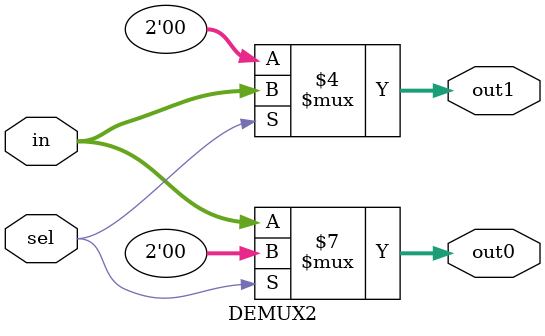
<source format=v>
module DEMUX2(input[1:0] in, output reg[1:0] out0, output reg[1:0] out1, input sel);

always@(in or sel) begin
	if (sel == 0) begin
		out0 = in;
		out1 = 0;
	end
	else begin
		out0 = 0;
		out1 = in;
	end
end

endmodule
</source>
